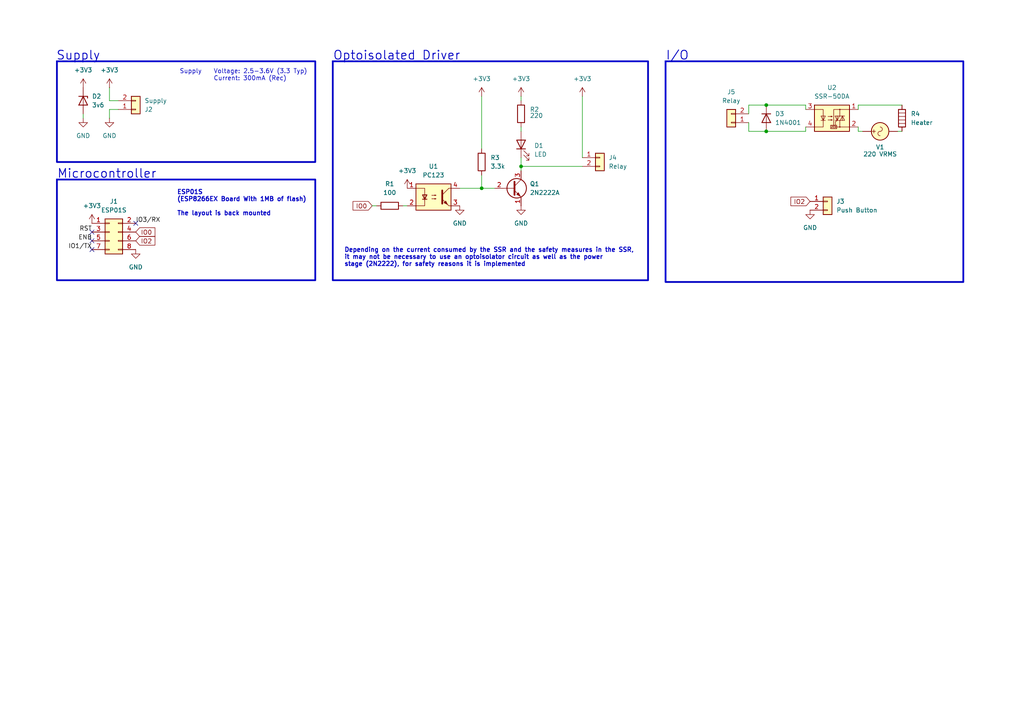
<source format=kicad_sch>
(kicad_sch (version 20250114) (generator "eeschema") (generator_version "9.0")
  (paper "A4")
  (title_block (title "ESP01S Kitchen") (rev "02") (company "Jackestar"))
  (lib_symbols
    (symbol "Connector_Generic:Conn_01x02" (pin_names (offset 1.016) (hide yes))
      (property "Reference" "J" (at 0 2.54 0))
      (property "Value" "Conn_01x02" (at 0 -5.08 0))
      (symbol "Conn_01x02_1_1"
        (rectangle (start -1.27 1.27) (end 1.27 -3.81) (stroke (width 0.254)) (fill (type background)))
        (rectangle (start -1.27 0.127) (end 0 -0.127) (stroke (width 0.1524)))
        (rectangle (start -1.27 -2.413) (end 0 -2.667) (stroke (width 0.1524)))
        (pin passive line (at -5.08 0 0) (length 3.81) (name "Pin_1") (number "1"))
        (pin passive line (at -5.08 -2.54 0) (length 3.81) (name "Pin_2") (number "2"))
      )
    )
    (symbol "Connector_Generic:Conn_02x04_Odd_Even" (pin_names (offset 1.016) (hide yes))
      (property "Reference" "J" (at 1.27 5.08 0))
      (property "Value" "Conn_02x04_Odd_Even" (at 1.27 -7.62 0))
      (symbol "Conn_02x04_Odd_Even_1_1"
        (rectangle (start -1.27 3.81) (end 3.81 -6.35) (stroke (width 0.254)) (fill (type background)))
        (rectangle (start -1.27 2.667) (end 0 2.413) (stroke (width 0.1524)))
        (rectangle (start -1.27 0.127) (end 0 -0.127) (stroke (width 0.1524)))
        (rectangle (start -1.27 -2.413) (end 0 -2.667) (stroke (width 0.1524)))
        (rectangle (start -1.27 -4.953) (end 0 -5.207) (stroke (width 0.1524)))
        (rectangle (start 3.81 2.667) (end 2.54 2.413) (stroke (width 0.1524)))
        (rectangle (start 3.81 0.127) (end 2.54 -0.127) (stroke (width 0.1524)))
        (rectangle (start 3.81 -2.413) (end 2.54 -2.667) (stroke (width 0.1524)))
        (rectangle (start 3.81 -4.953) (end 2.54 -5.207) (stroke (width 0.1524)))
        (pin passive line (at -5.08 2.54 0) (length 3.81) (name "Pin_1") (number "1"))
        (pin passive line (at -5.08 0 0) (length 3.81) (name "Pin_3") (number "3"))
        (pin passive line (at -5.08 -2.54 0) (length 3.81) (name "Pin_5") (number "5"))
        (pin passive line (at -5.08 -5.08 0) (length 3.81) (name "Pin_7") (number "7"))
        (pin passive line (at 7.62 2.54 180) (length 3.81) (name "Pin_2") (number "2"))
        (pin passive line (at 7.62 0 180) (length 3.81) (name "Pin_4") (number "4"))
        (pin passive line (at 7.62 -2.54 180) (length 3.81) (name "Pin_6") (number "6"))
        (pin passive line (at 7.62 -5.08 180) (length 3.81) (name "Pin_8") (number "8"))
      )
    )
    (symbol "Device:D" (pin_numbers (hide yes)) (pin_names (offset 1.016) (hide yes))
      (property "Reference" "D" (at 0 2.54 0))
      (property "Value" "D" (at 0 -2.54 0))
      (symbol "D_0_1"
        (polyline (pts (xy -1.27 1.27) (xy -1.27 -1.27)) (stroke (width 0.254)))
        (polyline (pts (xy 1.27 1.27) (xy 1.27 -1.27) (xy -1.27 0) (xy 1.27 1.27)) (stroke (width 0.254)))
        (polyline (pts (xy 1.27 0) (xy -1.27 0)))
      )
      (symbol "D_1_1"
        (pin passive line (at -3.81 0 0) (length 2.54) (name "K") (number "1"))
        (pin passive line (at 3.81 0 180) (length 2.54) (name "A") (number "2"))
      )
    )
    (symbol "Device:D_Zener" (pin_numbers (hide yes)) (pin_names (offset 1.016) (hide yes))
      (property "Reference" "D" (at 0 2.54 0))
      (property "Value" "D_Zener" (at 0 -2.54 0))
      (symbol "D_Zener_0_1"
        (polyline (pts (xy -1.27 -1.27) (xy -1.27 1.27) (xy -0.762 1.27)) (stroke (width 0.254)))
        (polyline (pts (xy 1.27 0) (xy -1.27 0)))
        (polyline (pts (xy 1.27 -1.27) (xy 1.27 1.27) (xy -1.27 0) (xy 1.27 -1.27)) (stroke (width 0.254)))
      )
      (symbol "D_Zener_1_1"
        (pin passive line (at -3.81 0 0) (length 2.54) (name "K") (number "1"))
        (pin passive line (at 3.81 0 180) (length 2.54) (name "A") (number "2"))
      )
    )
    (symbol "Device:Heater" (pin_numbers (hide yes)) (pin_names (offset 0))
      (property "Reference" "R" (at 2.032 0 90))
      (property "Value" "Heater" (at -2.032 0 90))
      (symbol "Heater_0_1"
        (polyline (pts (xy -1.016 1.524) (xy 1.016 1.524)))
        (rectangle (start -1.016 -2.54) (end 1.016 2.54) (stroke (width 0.254)))
        (polyline (pts (xy 1.016 0.508) (xy -1.016 0.508)))
        (polyline (pts (xy 1.016 -0.508) (xy -1.016 -0.508)))
        (polyline (pts (xy 1.016 -1.524) (xy -1.016 -1.524)))
      )
      (symbol "Heater_1_1"
        (pin passive line (at 0 3.81 270) (length 1.27) (name "~") (number "1"))
        (pin passive line (at 0 -3.81 90) (length 1.27) (name "~") (number "2"))
      )
    )
    (symbol "Device:LED" (pin_numbers (hide yes)) (pin_names (offset 1.016) (hide yes))
      (property "Reference" "D" (at 0 2.54 0))
      (property "Value" "LED" (at 0 -2.54 0))
      (symbol "LED_0_1"
        (polyline (pts (xy -3.048 -0.762) (xy -4.572 -2.286) (xy -3.81 -2.286) (xy -4.572 -2.286) (xy -4.572 -1.524)))
        (polyline (pts (xy -1.778 -0.762) (xy -3.302 -2.286) (xy -2.54 -2.286) (xy -3.302 -2.286) (xy -3.302 -1.524)))
        (polyline (pts (xy -1.27 0) (xy 1.27 0)))
        (polyline (pts (xy -1.27 -1.27) (xy -1.27 1.27)) (stroke (width 0.254)))
        (polyline (pts (xy 1.27 -1.27) (xy 1.27 1.27) (xy -1.27 0) (xy 1.27 -1.27)) (stroke (width 0.254)))
      )
      (symbol "LED_1_1"
        (pin passive line (at -3.81 0 0) (length 2.54) (name "K") (number "1"))
        (pin passive line (at 3.81 0 180) (length 2.54) (name "A") (number "2"))
      )
    )
    (symbol "Device:R" (pin_numbers (hide yes)) (pin_names (offset 0))
      (property "Reference" "R" (at 2.032 0 90))
      (property "Value" "R" (at 0 0 90))
      (symbol "R_0_1"
        (rectangle (start -1.016 -2.54) (end 1.016 2.54) (stroke (width 0.254)))
      )
      (symbol "R_1_1"
        (pin passive line (at 0 3.81 270) (length 1.27) (name "~") (number "1"))
        (pin passive line (at 0 -3.81 90) (length 1.27) (name "~") (number "2"))
      )
    )
    (symbol "Isolator:Optocoupler_DC_PhotoNPN_AKEC"
      (property "Reference" "U" (at -5.08 5.08 0))
      (property "Value" "Optocoupler_DC_PhotoNPN_AKEC" (at 0 5.08 0))
      (symbol "Optocoupler_DC_PhotoNPN_AKEC_0_1"
        (rectangle (start -5.08 3.81) (end 5.08 -3.81) (stroke (width 0.254)) (fill (type background)))
        (polyline (pts (xy -5.08 2.54) (xy -2.54 2.54) (xy -2.54 -1.27) (xy -2.54 0.635)))
        (polyline (pts (xy -3.175 -0.635) (xy -1.905 -0.635)) (stroke (width 0.254)))
        (polyline (pts (xy -2.54 -0.635) (xy -2.54 -2.54) (xy -5.08 -2.54)))
        (polyline (pts (xy -2.54 -0.635) (xy -3.175 0.635) (xy -1.905 0.635) (xy -2.54 -0.635)) (stroke (width 0.254)))
        (polyline (pts (xy -0.508 0.508) (xy 0.762 0.508) (xy 0.381 0.381) (xy 0.381 0.635) (xy 0.762 0.508)))
        (polyline (pts (xy -0.508 -0.508) (xy 0.762 -0.508) (xy 0.381 -0.635) (xy 0.381 -0.381) (xy 0.762 -0.508)))
        (polyline (pts (xy 2.54 1.905) (xy 2.54 -1.905)) (stroke (width 0.508)))
        (polyline (pts (xy 2.54 0.635) (xy 4.445 2.54)))
        (polyline (pts (xy 3.048 -1.651) (xy 3.556 -1.143) (xy 4.064 -2.159) (xy 3.048 -1.651)) (fill (type outline)))
        (polyline (pts (xy 4.445 2.54) (xy 5.08 2.54)))
        (polyline (pts (xy 4.445 -2.54) (xy 2.54 -0.635)) (fill (type outline)))
        (polyline (pts (xy 4.445 -2.54) (xy 5.08 -2.54)))
      )
      (symbol "Optocoupler_DC_PhotoNPN_AKEC_1_1"
        (pin passive line (at -7.62 2.54 0) (length 2.54) (name "~") (number "1"))
        (pin passive line (at -7.62 -2.54 0) (length 2.54) (name "~") (number "2"))
        (pin passive line (at 7.62 2.54 180) (length 2.54) (name "~") (number "4"))
        (pin passive line (at 7.62 -2.54 180) (length 2.54) (name "~") (number "3"))
      )
    )
    (symbol "Relay_SolidState:HHG1D-1"
      (property "Reference" "U" (at -5.08 5.08 0))
      (property "Value" "HHG1D-1" (at 0 5.08 0))
      (symbol "HHG1D-1_0_0"
        (rectangle (start -0.381 -2.032) (end 1.397 -3.048))
        (polyline (pts (xy 1.524 -0.635) (xy 1.016 -1.016) (xy 1.016 -2.032)))
        (polyline (pts (xy 2.286 -2.54) (xy 1.397 -2.54)))
        (text "ZCD" (at 0.508 -2.54 0) (effects (font (size 0.508 0.508))))
      )
      (symbol "HHG1D-1_0_1"
        (rectangle (start -5.08 3.81) (end 5.08 -3.81) (stroke (width 0.254)) (fill (type background)))
        (polyline (pts (xy -5.08 2.54) (xy -2.54 2.54) (xy -2.54 -2.54) (xy -5.08 -2.54)))
        (polyline (pts (xy -3.175 -0.635) (xy -1.905 -0.635)))
        (polyline (pts (xy -2.54 -0.635) (xy -3.175 0.635) (xy -1.905 0.635) (xy -2.54 -0.635)))
        (polyline (pts (xy -1.143 0.508) (xy 0.127 0.508) (xy -0.254 0.381) (xy -0.254 0.635) (xy 0.127 0.508)))
        (polyline (pts (xy -1.143 -0.508) (xy 0.127 -0.508) (xy -0.254 -0.635) (xy -0.254 -0.381) (xy 0.127 -0.508)))
        (polyline (pts (xy 0.889 -0.635) (xy 3.683 -0.635) (xy 3.048 0.635) (xy 2.413 -0.635)))
        (polyline (pts (xy 1.524 -0.635) (xy 1.524 0.635)))
        (polyline (pts (xy 2.286 2.54) (xy 0.508 2.54) (xy 0.508 -2.032)))
        (circle (center 2.286 2.54) (radius 0.127))
        (polyline (pts (xy 2.286 0.635) (xy 2.286 2.54) (xy 5.08 2.54)))
        (polyline (pts (xy 2.286 -0.635) (xy 2.286 -2.54) (xy 5.08 -2.54)))
        (circle (center 2.286 -2.54) (radius 0.127))
        (polyline (pts (xy 3.048 0.635) (xy 3.048 -0.635)))
        (polyline (pts (xy 3.683 0.635) (xy 0.889 0.635) (xy 1.524 -0.635) (xy 2.159 0.635)))
      )
      (symbol "HHG1D-1_1_1"
        (pin passive line (at -7.62 2.54 0) (length 2.54) (name "~") (number "3"))
        (pin passive line (at -7.62 -2.54 0) (length 2.54) (name "~") (number "4"))
        (pin passive line (at 7.62 2.54 180) (length 2.54) (name "~") (number "1"))
        (pin passive line (at 7.62 -2.54 180) (length 2.54) (name "~") (number "2"))
      )
    )
    (symbol "Simulation_SPICE:VSIN" (pin_numbers (hide yes)) (pin_names (offset 0.0254))
      (property "Reference" "V" (at 2.54 2.54 0))
      (property "Value" "VSIN" (at 2.54 0 0))
      (property "Sim.Params" "dc=0 ampl=1 f=1k ac=1" (at 2.54 -2.54 0))
      (symbol "VSIN_0_0"
        (arc (start -1.27 0) (mid -0.635 0.6323) (end 0 0))
        (arc (start 1.27 0) (mid 0.635 -0.6323) (end 0 0))
        (text "+" (at 0 1.905 0) (effects (font (size 1.27 1.27))))
      )
      (symbol "VSIN_0_1"
        (circle (center 0 0) (radius 2.54) (stroke (width 0.254)) (fill (type background)))
      )
      (symbol "VSIN_1_1"
        (pin passive line (at 0 5.08 270) (length 2.54) (name "~") (number "1"))
        (pin passive line (at 0 -5.08 90) (length 2.54) (name "~") (number "2"))
      )
    )
    (symbol "Transistor_BJT:PN2222A" (pin_names (offset 0) (hide yes))
      (property "Reference" "Q" (at 5.08 1.905 0))
      (property "Value" "PN2222A" (at 5.08 0 0))
      (symbol "PN2222A_0_1"
        (polyline (pts (xy -2.54 0) (xy 0.635 0)))
        (polyline (pts (xy 0.635 1.905) (xy 0.635 -1.905)) (stroke (width 0.508)))
        (circle (center 1.27 0) (radius 2.8194) (stroke (width 0.254)))
      )
      (symbol "PN2222A_1_1"
        (polyline (pts (xy 0.635 0.635) (xy 2.54 2.54)))
        (polyline (pts (xy 0.635 -0.635) (xy 2.54 -2.54)))
        (polyline (pts (xy 1.27 -1.778) (xy 1.778 -1.27) (xy 2.286 -2.286) (xy 1.27 -1.778)) (fill (type outline)))
        (pin input line (at -5.08 0 0) (length 2.54) (name "B") (number "2"))
        (pin passive line (at 2.54 5.08 270) (length 2.54) (name "C") (number "3"))
        (pin passive line (at 2.54 -5.08 90) (length 2.54) (name "E") (number "1"))
      )
    )
    (symbol "power:+3V3" (power) (pin_numbers (hide yes)) (pin_names (offset 0) (hide yes))
      (property "Value" "+3V3" (at 0 3.556 0))
      (symbol "+3V3_0_1"
        (polyline (pts (xy -0.762 1.27) (xy 0 2.54)))
        (polyline (pts (xy 0 2.54) (xy 0.762 1.27)))
        (polyline (pts (xy 0 0) (xy 0 2.54)))
      )
      (symbol "+3V3_1_1"
        (pin power_in line (at 0 0 90) (length 0) (name "~") (number "1"))
      )
    )
    (symbol "power:GND" (power) (pin_numbers (hide yes)) (pin_names (offset 0) (hide yes))
      (property "Value" "GND" (at 0 -3.81 0))
      (symbol "GND_0_1"
        (polyline (pts (xy 0 0) (xy 0 -1.27) (xy 1.27 -1.27) (xy 0 -2.54) (xy -1.27 -1.27) (xy 0 -1.27)))
      )
      (symbol "GND_1_1"
        (pin power_in line (at 0 0 270) (length 0) (name "~") (number "1"))
      )
    )
  )
  (rectangle (start 193.04 17.78) (end 279.4 81.788) (stroke (width 0.508)))
  (rectangle (start 16.51 52.07) (end 91.44 81.28) (stroke (width 0.508)))
  (rectangle (start 16.51 17.78) (end 91.44 46.99) (stroke (width 0.508)))
  (rectangle (start 96.52 17.78) (end 187.96 81.28) (stroke (width 0.508)))
  (text "Supply" (at 16.256 14.732 0) (effects (font (size 2.54 2.54) (thickness 0.254) (bold yes)) (justify left top)))
  (text "I/O" (at 193.04 14.732 0) (effects (font (size 2.54 2.54) (thickness 0.254) (bold yes)) (justify left top)))
  (text "ESP01S\n(ESP8266EX Board With 1MB of flash)\n\nThe layout is back mounted" (at 51.308 55.118 0) (effects (font (size 1.27 1.27) (thickness 0.254) (bold yes)) (justify left top)))
  (text "Depending on the current consumed by the SSR and the safety measures in the SSR,\nit may not be necessary to use an optoisolator circuit as well as the power\nstage (2N2222), for safety reasons it is implemented" (at 99.822 71.882 0) (effects (font (size 1.27 1.27) (thickness 0.254) (bold yes)) (justify left top)))
  (text "Microcontroller" (at 16.51 49.022 0) (effects (font (size 2.54 2.54) (thickness 0.254) (bold yes)) (justify left top)))
  (text "Supply	Voltage: 2.5-3.6V (3.3 Typ)\n		Current: 300mA (Rec)" (at 52.07 20.066 0) (effects (font (size 1.27 1.27)) (justify left top)))
  (text "Optoisolated Driver" (at 96.52 14.732 0) (effects (font (size 2.54 2.54) (thickness 0.254) (bold yes)) (justify left top)))
  (junction (at 222.25 30.48))
  (junction (at 151.13 48.26))
  (junction (at 139.7 54.61))
  (junction (at 222.25 38.1))
  (no_connect (at 26.67 72.39))
  (no_connect (at 26.67 67.31))
  (no_connect (at 26.67 69.85))
  (no_connect (at 39.37 64.77))
  (wire (pts (xy 109.22 59.69) (xy 107.95 59.69)))
  (wire (pts (xy 217.17 38.1) (xy 222.25 38.1)))
  (wire (pts (xy 139.7 27.94) (xy 139.7 43.18)))
  (wire (pts (xy 133.35 54.61) (xy 139.7 54.61)))
  (wire (pts (xy 217.17 30.48) (xy 222.25 30.48)))
  (wire (pts (xy 233.68 30.48) (xy 233.68 31.75)))
  (wire (pts (xy 151.13 45.72) (xy 151.13 48.26)))
  (wire (pts (xy 248.92 30.48) (xy 261.62 30.48)))
  (wire (pts (xy 217.17 35.56) (xy 217.17 38.1)))
  (wire (pts (xy 248.92 31.75) (xy 248.92 30.48)))
  (wire (pts (xy 233.68 38.1) (xy 233.68 36.83)))
  (wire (pts (xy 222.25 38.1) (xy 233.68 38.1)))
  (wire (pts (xy 151.13 48.26) (xy 151.13 49.53)))
  (wire (pts (xy 31.75 34.29) (xy 31.75 31.75)))
  (wire (pts (xy 31.75 25.4) (xy 31.75 29.21)))
  (wire (pts (xy 260.35 38.1) (xy 261.62 38.1)))
  (wire (pts (xy 248.92 36.83) (xy 248.92 38.1)))
  (wire (pts (xy 139.7 54.61) (xy 143.51 54.61)))
  (wire (pts (xy 31.75 29.21) (xy 34.29 29.21)))
  (wire (pts (xy 116.84 59.69) (xy 118.11 59.69)))
  (wire (pts (xy 151.13 48.26) (xy 168.91 48.26)))
  (wire (pts (xy 24.13 33.02) (xy 24.13 34.29)))
  (wire (pts (xy 168.91 45.72) (xy 168.91 27.94)))
  (wire (pts (xy 248.92 38.1) (xy 250.19 38.1)))
  (wire (pts (xy 217.17 33.02) (xy 217.17 30.48)))
  (wire (pts (xy 151.13 27.94) (xy 151.13 29.21)))
  (wire (pts (xy 222.25 30.48) (xy 233.68 30.48)))
  (wire (pts (xy 31.75 31.75) (xy 34.29 31.75)))
  (wire (pts (xy 139.7 50.8) (xy 139.7 54.61)))
  (wire (pts (xy 151.13 36.83) (xy 151.13 38.1)))
  (label "RST" (at 26.67 67.31 180))
  (label "ENB" (at 26.67 69.85 180))
  (label "IO1{slash}TX" (at 26.67 72.39 180))
  (label "IO3{slash}RX" (at 39.37 64.77 0))
  (global_label "IO0" (shape input) (at 39.37 67.31 0) (property "Intersheetrefs" "${INTERSHEET_REFS}" (effects (hide yes))))
  (global_label "IO0" (shape input) (at 107.95 59.69 180) (property "Intersheetrefs" "${INTERSHEET_REFS}" (effects (hide yes))))
  (global_label "IO2" (shape input) (at 39.37 69.85 0) (property "Intersheetrefs" "${INTERSHEET_REFS}" (effects (hide yes))))
  (global_label "IO2" (shape input) (at 234.95 58.42 180) (property "Intersheetrefs" "${INTERSHEET_REFS}" (effects (hide yes))))
  (symbol (lib_id "power:+3V3") (at 168.91 27.94 0) (unit 1)
    (property "Reference" "#PWR013" (effects (hide yes)))
    (property "Value" "+3V3" (at 168.91 22.86 0))
    (property "Description" "Power symbol creates a global label with name \"+3V3\"" (effects (hide yes)))
  )
  (symbol (lib_id "power:GND") (at 31.75 34.29 0) (unit 1)
    (property "Reference" "#PWR02" (effects (hide yes)))
    (property "Value" "GND" (at 31.75 39.37 0))
    (property "Description" "Power symbol creates a global label with name \"GND\" , ground" (effects (hide yes)))
  )
  (symbol (lib_id "Connector_Generic:Conn_01x02") (at 39.37 31.75 0) (mirror x) (unit 1)
    (property "Reference" "J2" (at 41.91 31.7501 0) (effects (justify left)))
    (property "Value" "Supply" (at 41.91 29.2101 0) (effects (justify left)))
    (property "Footprint" "Connector_PinHeader_2.54mm:PinHeader_1x02_P2.54mm_Horizontal" (effects (hide yes)))
    (property "Description" "Generic connector, single row, 01x02, script generated (kicad-library-utils/schlib/autogen/connector/)" (effects (hide yes)))
  )
  (symbol (lib_id "Device:D_Zener") (at 24.13 29.21 270) (unit 1)
    (property "Reference" "D2" (at 26.67 27.9399 90) (effects (justify left)))
    (property "Value" "3v6" (at 26.67 30.4799 90) (effects (justify left)))
    (property "Footprint" "Diode_THT:D_DO-35_SOD27_P2.54mm_Vertical_AnodeUp" (effects (hide yes)))
    (property "Description" "Zener diode" (effects (hide yes)))
  )
  (symbol (lib_id "Relay_SolidState:HHG1D-1") (at 241.3 34.29 0) (unit 1)
    (property "Reference" "U2" (at 241.3 25.4 0))
    (property "Value" "SSR-50DA" (at 241.3 27.94 0))
    (property "Footprint" "Relay_THT:Relay_NCR_HHG1D-1" (effects (hide yes)))
    (property "Datasheet" "https://ncr.hk/uploads/Relays/Solid_State_Relays/HHG1D-1.pdf" (effects (hide yes)))
    (property "Description" "NCR zero cross solid state relay 1A, 2A, 3A, 4A" (effects (hide yes)))
  )
  (symbol (lib_id "Connector_Generic:Conn_01x02") (at 212.09 35.56 180) (unit 1)
    (property "Reference" "J5" (at 212.09 26.67 0))
    (property "Value" "Relay" (at 212.09 29.21 0))
    (property "Footprint" "Connectors:PinHeader_1x02_P4mm_Vertical" (effects (hide yes)))
    (property "Description" "Generic connector, single row, 01x02, script generated (kicad-library-utils/schlib/autogen/connector/)" (effects (hide yes)))
  )
  (symbol (lib_id "power:GND") (at 234.95 60.96 0) (mirror y) (unit 1)
    (property "Reference" "#PWR05" (effects (hide yes)))
    (property "Value" "GND" (at 234.95 66.04 0))
    (property "Description" "Power symbol creates a global label with name \"GND\" , ground" (effects (hide yes)))
  )
  (symbol (lib_id "power:+3V3") (at 151.13 27.94 0) (unit 1)
    (property "Reference" "#PWR011" (effects (hide yes)))
    (property "Value" "+3V3" (at 151.13 22.86 0))
    (property "Description" "Power symbol creates a global label with name \"+3V3\"" (effects (hide yes)))
  )
  (symbol (lib_id "power:+3V3") (at 26.67 64.77 0) (mirror y) (unit 1)
    (property "Reference" "#PWR04" (effects (hide yes)))
    (property "Value" "+3V3" (at 26.67 59.69 0))
    (property "Description" "Power symbol creates a global label with name \"+3V3\"" (effects (hide yes)))
  )
  (symbol (lib_id "power:+3V3") (at 139.7 27.94 0) (unit 1)
    (property "Reference" "#PWR09" (effects (hide yes)))
    (property "Value" "+3V3" (at 139.7 22.86 0))
    (property "Description" "Power symbol creates a global label with name \"+3V3\"" (effects (hide yes)))
  )
  (symbol (lib_id "Device:R") (at 139.7 46.99 0) (unit 1)
    (property "Reference" "R3" (at 142.24 45.7199 0) (effects (justify left)))
    (property "Value" "3.3k" (at 142.24 48.2599 0) (effects (justify left)))
    (property "Footprint" "Resistor_THT:R_Axial_DIN0207_L6.3mm_D2.5mm_P7.62mm_Horizontal" (effects (hide yes)))
    (property "Description" "Resistor" (effects (hide yes)))
  )
  (symbol (lib_id "power:+3V3") (at 31.75 25.4 0) (unit 1)
    (property "Reference" "#PWR03" (effects (hide yes)))
    (property "Value" "+3V3" (at 31.75 20.32 0))
    (property "Description" "Power symbol creates a global label with name \"+3V3\"" (effects (hide yes)))
  )
  (symbol (lib_id "Device:R") (at 113.03 59.69 90) (unit 1)
    (property "Reference" "R1" (at 113.03 53.34 90))
    (property "Value" "100" (at 113.03 55.88 90))
    (property "Footprint" "Resistor_THT:R_Axial_DIN0207_L6.3mm_D2.5mm_P7.62mm_Horizontal" (effects (hide yes)))
    (property "Description" "Resistor" (effects (hide yes)))
  )
  (symbol (lib_id "power:GND") (at 24.13 34.29 0) (unit 1)
    (property "Reference" "#PWR012" (effects (hide yes)))
    (property "Value" "GND" (at 24.13 39.37 0))
    (property "Description" "Power symbol creates a global label with name \"GND\" , ground" (effects (hide yes)))
  )
  (symbol (lib_id "Transistor_BJT:PN2222A") (at 148.59 54.61 0) (unit 1)
    (property "Reference" "Q1" (at 153.67 53.3399 0) (effects (justify left)))
    (property "Value" "2N2222A" (at 153.67 55.8799 0) (effects (justify left)))
    (property "Footprint" "Package_TO_SOT_THT:TO-92_Inline" (effects (hide yes)))
    (property "Datasheet" "https://www.onsemi.com/pub/Collateral/PN2222-D.PDF" (effects (hide yes)))
    (property "Description" "1A Ic, 40V Vce, NPN Transistor, General Purpose Transistor, TO-92" (effects (hide yes)))
  )
  (symbol (lib_id "Simulation_SPICE:VSIN") (at 255.27 38.1 90) (unit 1)
    (property "Reference" "V1" (at 255.27 42.672 90))
    (property "Value" "220 VRMS" (at 255.27 44.704 90))
    (property "Datasheet" "https://ngspice.sourceforge.io/docs/ngspice-html-manual/manual.xhtml#sec_Independent_Sources_for" (effects (hide yes)))
    (property "Description" "Voltage source, sinusoidal" (effects (hide yes)))
    (property "Sim.Pins" "1=+ 2=-" (effects (hide yes)))
    (property "Sim.Params" "dc=0 ampl=1 f=1k ac=1" (effects (hide yes)))
    (property "Sim.Type" "SIN" (effects (hide yes)))
    (property "Sim.Device" "V" (effects (hide yes)))
  )
  (symbol (lib_id "Connector_Generic:Conn_02x04_Odd_Even") (at 31.75 67.31 0) (unit 1)
    (property "Reference" "J1" (at 33.02 58.42 0))
    (property "Value" "ESP01S" (at 33.02 60.96 0))
    (property "Footprint" "Connector_PinSocket_2.54mm:PinSocket_2x04_P2.54mm_Vertical" (effects (hide yes)))
    (property "Description" "Generic connector, double row, 02x04, odd/even pin numbering scheme (row 1 odd numbers, row 2 even numbers), script generated (kicad-library-utils/schlib/autogen/connector/)" (effects (hide yes)))
  )
  (symbol (lib_id "power:GND") (at 133.35 59.69 0) (mirror y) (unit 1)
    (property "Reference" "#PWR07" (effects (hide yes)))
    (property "Value" "GND" (at 133.35 64.77 0))
    (property "Description" "Power symbol creates a global label with name \"GND\" , ground" (effects (hide yes)))
  )
  (symbol (lib_id "Connector_Generic:Conn_01x02") (at 240.03 58.42 0) (unit 1)
    (property "Reference" "J3" (at 242.57 58.4199 0) (effects (justify left)))
    (property "Value" "Push Button" (at 242.57 60.9599 0) (effects (justify left)))
    (property "Footprint" "Connector_PinHeader_2.54mm:PinHeader_1x02_P2.54mm_Horizontal" (effects (hide yes)))
    (property "Description" "Generic connector, single row, 01x02, script generated (kicad-library-utils/schlib/autogen/connector/)" (effects (hide yes)))
  )
  (symbol (lib_id "Device:D") (at 222.25 34.29 270) (unit 1)
    (property "Reference" "D3" (at 224.79 33.0199 90) (effects (justify left)))
    (property "Value" "1N4001" (at 224.79 35.5599 90) (effects (justify left)))
    (property "Description" "Diode" (effects (hide yes)))
    (property "Sim.Device" "D" (effects (hide yes)))
    (property "Sim.Pins" "1=K 2=A" (effects (hide yes)))
  )
  (symbol (lib_id "power:+3V3") (at 118.11 54.61 0) (unit 1)
    (property "Reference" "#PWR06" (effects (hide yes)))
    (property "Value" "+3V3" (at 118.11 49.53 0))
    (property "Description" "Power symbol creates a global label with name \"+3V3\"" (effects (hide yes)))
  )
  (symbol (lib_id "Device:Heater") (at 261.62 34.29 0) (unit 1)
    (property "Reference" "R4" (at 264.16 33.0199 0) (effects (justify left)))
    (property "Value" "Heater" (at 264.16 35.5599 0) (effects (justify left)))
    (property "Description" "Resistive heater" (effects (hide yes)))
  )
  (symbol (lib_id "power:GND") (at 39.37 72.39 0) (mirror y) (unit 1)
    (property "Reference" "#PWR01" (effects (hide yes)))
    (property "Value" "GND" (at 39.37 77.47 0))
    (property "Description" "Power symbol creates a global label with name \"GND\" , ground" (effects (hide yes)))
  )
  (symbol (lib_id "Isolator:Optocoupler_DC_PhotoNPN_AKEC") (at 125.73 57.15 0) (unit 1)
    (property "Reference" "U1" (at 125.73 48.26 0))
    (property "Value" "PC123" (at 125.73 50.8 0))
    (property "Footprint" "Package_DIP:DIP-4_W7.62mm_LongPads" (effects (hide yes)))
    (property "Description" "Generic DC optocoupler with NPN phototransistor output, pins order: anode/cathode/emitter/collector" (effects (hide yes)))
  )
  (symbol (lib_id "Connector_Generic:Conn_01x02") (at 173.99 45.72 0) (unit 1)
    (property "Reference" "J4" (at 176.53 45.7199 0) (effects (justify left)))
    (property "Value" "Relay" (at 176.53 48.2599 0) (effects (justify left)))
    (property "Footprint" "Connector_PinHeader_2.54mm:PinHeader_1x02_P2.54mm_Horizontal" (effects (hide yes)))
    (property "Description" "Generic connector, single row, 01x02, script generated (kicad-library-utils/schlib/autogen/connector/)" (effects (hide yes)))
  )
  (symbol (lib_id "power:GND") (at 151.13 59.69 0) (mirror y) (unit 1)
    (property "Reference" "#PWR08" (effects (hide yes)))
    (property "Value" "GND" (at 151.13 64.77 0))
    (property "Description" "Power symbol creates a global label with name \"GND\" , ground" (effects (hide yes)))
  )
  (symbol (lib_id "Device:LED") (at 151.13 41.91 90) (unit 1)
    (property "Reference" "D1" (at 154.94 42.2274 90) (effects (justify right)))
    (property "Value" "LED" (at 154.94 44.7674 90) (effects (justify right)))
    (property "Footprint" "LED_THT:LED_D3.0mm" (effects (hide yes)))
    (property "Description" "Light emitting diode" (effects (hide yes)))
    (property "Sim.Pins" "1=K 2=A" (effects (hide yes)))
  )
  (symbol (lib_id "Device:R") (at 151.13 33.02 0) (unit 1)
    (property "Reference" "R2" (at 153.67 31.7499 0) (effects (justify left)))
    (property "Value" "220" (at 153.67 33.528 0) (effects (justify left)))
    (property "Footprint" "Resistor_THT:R_Axial_DIN0207_L6.3mm_D2.5mm_P7.62mm_Horizontal" (effects (hide yes)))
    (property "Description" "Resistor" (effects (hide yes)))
  )
  (symbol (lib_id "power:+3V3") (at 24.13 25.4 0) (unit 1)
    (property "Reference" "#PWR010" (effects (hide yes)))
    (property "Value" "+3V3" (at 24.13 20.32 0))
    (property "Description" "Power symbol creates a global label with name \"+3V3\"" (effects (hide yes)))
  )
)
</source>
